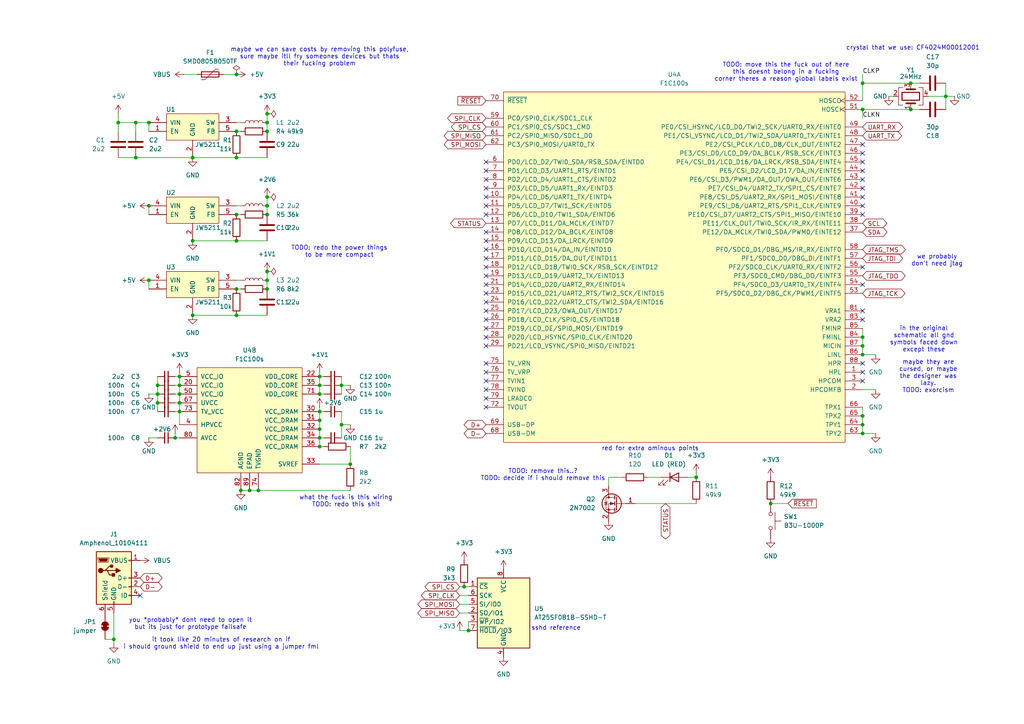
<source format=kicad_sch>
(kicad_sch (version 20250114) (generator "eeschema") (generator_version "9.0")
  (paper "A4")
  (title_block (title "Tux Keychain") (date "2025-05-19") (rev "1") (company "All Things Linux 501(c)(3) "))
  (lib_symbols
    (symbol "Connector:USB_B_Micro" (pin_names (offset 1.016))
      (property "Reference" "J" (at -5.08 11.43 0))
      (property "Value" "USB_B_Micro" (at -5.08 8.89 0))
      (symbol "USB_B_Micro_1_1"
        (pin passive line (at -2.54 -10.16 90) (length 2.54) (name "Shield") (number "6"))
        (pin power_out line (at 0 -10.16 90) (length 2.54) (name "GND") (number "5"))
        (pin power_out line (at 7.62 5.08 180) (length 2.54) (name "VBUS") (number "1"))
        (pin bidirectional line (at 7.62 0 180) (length 2.54) (name "D+") (number "3"))
        (pin bidirectional line (at 7.62 -2.54 180) (length 2.54) (name "D-") (number "2"))
        (pin passive line (at 7.62 -5.08 180) (length 2.54) (name "ID") (number "4"))
      )
    )
    (symbol "Device:C" (pin_numbers (hide yes)) (pin_names (offset 0.254))
      (property "Reference" "C" (at 0.635 2.54 0))
      (property "Value" "C" (at 0.635 -2.54 0))
      (symbol "C_1_1"
        (pin passive line (at 0 3.81 270) (length 2.794) (name "~") (number "1"))
        (pin passive line (at 0 -3.81 90) (length 2.794) (name "~") (number "2"))
      )
    )
    (symbol "Device:C_Small" (pin_numbers (hide yes)) (pin_names (offset 0.254) (hide yes))
      (property "Reference" "C" (at 0.254 1.778 0))
      (property "Value" "C_Small" (at 0.254 -2.032 0))
      (symbol "C_Small_1_1"
        (pin passive line (at 0 2.54 270) (length 2.032) (name "~") (number "1"))
        (pin passive line (at 0 -2.54 90) (length 2.032) (name "~") (number "2"))
      )
    )
    (symbol "Device:Crystal_GND24" (pin_names (offset 1.016) (hide yes))
      (property "Reference" "Y" (at 3.175 5.08 0))
      (property "Value" "Crystal_GND24" (at 3.175 3.175 0))
      (symbol "Crystal_GND24_1_1"
        (pin passive line (at -3.81 0 0) (length 1.27) (name "1") (number "1"))
        (pin passive line (at 0 5.08 270) (length 1.27) (name "2") (number "2"))
        (pin passive line (at 0 -5.08 90) (length 1.27) (name "4") (number "4"))
        (pin passive line (at 3.81 0 180) (length 1.27) (name "3") (number "3"))
      )
    )
    (symbol "Device:L" (pin_numbers (hide yes)) (pin_names (offset 1.016) (hide yes))
      (property "Reference" "L" (at -1.27 0 90))
      (property "Value" "L" (at 1.905 0 90))
      (symbol "L_1_1"
        (pin passive line (at 0 3.81 270) (length 1.27) (name "1") (number "1"))
        (pin passive line (at 0 -3.81 90) (length 1.27) (name "2") (number "2"))
      )
    )
    (symbol "Device:LED" (pin_numbers (hide yes)) (pin_names (offset 1.016) (hide yes))
      (property "Reference" "D" (at 0 2.54 0))
      (property "Value" "LED" (at 0 -2.54 0))
      (symbol "LED_1_1"
        (pin passive line (at -3.81 0 0) (length 2.54) (name "K") (number "1"))
        (pin passive line (at 3.81 0 180) (length 2.54) (name "A") (number "2"))
      )
    )
    (symbol "Device:Polyfuse" (pin_numbers (hide yes)) (pin_names (offset 0))
      (property "Reference" "F" (at -2.54 0 90))
      (property "Value" "Polyfuse" (at 2.54 0 90))
      (symbol "Polyfuse_1_1"
        (pin passive line (at 0 3.81 270) (length 1.27) (name "~") (number "1"))
        (pin passive line (at 0 -3.81 90) (length 1.27) (name "~") (number "2"))
      )
    )
    (symbol "Device:R" (pin_numbers (hide yes)) (pin_names (offset 0))
      (property "Reference" "R" (at 2.032 0 90))
      (property "Value" "R" (at 0 0 90))
      (symbol "R_1_1"
        (pin passive line (at 0 3.81 270) (length 1.27) (name "~") (number "1"))
        (pin passive line (at 0 -3.81 90) (length 1.27) (name "~") (number "2"))
      )
    )
    (symbol "Jumper:SolderJumper_2_Bridged" (pin_numbers (hide yes)) (pin_names (offset 0) (hide yes)) (in_bom no)
      (property "Reference" "JP" (at 0 2.032 0))
      (property "Value" "SolderJumper_2_Bridged" (at 0 -2.54 0))
      (symbol "SolderJumper_2_Bridged_1_1"
        (pin passive line (at -3.81 0 0) (length 2.54) (name "A") (number "1"))
        (pin passive line (at 3.81 0 180) (length 2.54) (name "B") (number "2"))
      )
    )
    (symbol "Memory_Flash:AT25SF081-SSHD-X"
      (property "Reference" "U" (at -6.35 11.43 0))
      (property "Value" "AT25SF081-SSHD-X" (at 11.43 11.43 0))
      (symbol "AT25SF081-SSHD-X_1_1"
        (pin input line (at -10.16 7.62 0) (length 2.54) (name "~{CS}") (number "1"))
        (pin input line (at -10.16 5.08 0) (length 2.54) (name "SCK") (number "6"))
        (pin bidirectional line (at -10.16 2.54 0) (length 2.54) (name "SI/IO0") (number "5"))
        (pin bidirectional line (at -10.16 0 0) (length 2.54) (name "SO/IO1") (number "2"))
        (pin bidirectional line (at -10.16 -2.54 0) (length 2.54) (name "~{WP}/IO2") (number "3"))
        (pin bidirectional line (at -10.16 -5.08 0) (length 2.54) (name "~{HOLD}/IO3") (number "7"))
        (pin power_in line (at 0 12.7 270) (length 2.54) (name "VCC") (number "8"))
        (pin power_in line (at 0 -12.7 90) (length 2.54) (name "GND") (number "4"))
      )
    )
    (symbol "Switch:SW_Push" (pin_numbers (hide yes)) (pin_names (offset 1.016) (hide yes))
      (property "Reference" "SW" (at 1.27 2.54 0))
      (property "Value" "SW_Push" (at 0 -1.524 0))
      (symbol "SW_Push_0_1"
        (pin passive line (at -5.08 0 0) (length 2.54) (name "1") (number "1"))
        (pin passive line (at 5.08 0 180) (length 2.54) (name "2") (number "2"))
      )
    )
    (symbol "Transistor_FET:2N7002" (pin_names (hide yes))
      (property "Reference" "Q" (at 5.08 1.905 0))
      (property "Value" "2N7002" (at 5.08 0 0))
      (symbol "2N7002_1_1"
        (pin input line (at -5.08 0 0) (length 2.54) (name "G") (number "1"))
        (pin passive line (at 2.54 5.08 270) (length 2.54) (name "D") (number "3"))
        (pin passive line (at 2.54 -5.08 90) (length 2.54) (name "S") (number "2"))
      )
    )
    (symbol "power:+1V1" (power) (pin_numbers (hide yes)) (pin_names (offset 0) (hide yes))
      (property "Value" "+1V1" (at 0 3.556 0))
      (symbol "+1V1_1_1"
        (pin power_in line (at 0 0 90) (length 0) (name "~") (number "1"))
      )
    )
    (symbol "power:+3V3" (power) (pin_numbers (hide yes)) (pin_names (offset 0) (hide yes))
      (property "Value" "+3V3" (at 0 3.556 0))
      (symbol "+3V3_1_1"
        (pin power_in line (at 0 0 90) (length 0) (name "~") (number "1"))
      )
    )
    (symbol "power:+5V" (power) (pin_numbers (hide yes)) (pin_names (offset 0) (hide yes))
      (property "Value" "+5V" (at 0 3.556 0))
      (symbol "+5V_1_1"
        (pin power_in line (at 0 0 90) (length 0) (name "~") (number "1"))
      )
    )
    (symbol "power:GND" (power) (pin_numbers (hide yes)) (pin_names (offset 0) (hide yes))
      (property "Value" "GND" (at 0 -3.81 0))
      (symbol "GND_1_1"
        (pin power_in line (at 0 0 270) (length 0) (name "~") (number "1"))
      )
    )
    (symbol "power:PWR_FLAG" (power) (pin_numbers (hide yes)) (pin_names (offset 0) (hide yes))
      (property "Value" "PWR_FLAG" (at 0 3.81 0))
      (symbol "PWR_FLAG_0_0"
        (pin power_out line (at 0 0 90) (length 0) (name "~") (number "1"))
      )
    )
    (symbol "power:VBUS" (power) (pin_numbers (hide yes)) (pin_names (offset 0) (hide yes))
      (property "Value" "VBUS" (at 0 3.556 0))
      (symbol "VBUS_1_1"
        (pin power_in line (at 0 0 90) (length 0) (name "~") (number "1"))
      )
    )
    (symbol "tuxkeychain:+2V6" (power) (pin_numbers (hide yes)) (pin_names (offset 0) (hide yes))
      (property "Value" "+2V6" (at 0 3.556 0))
      (symbol "+2V6_1_1"
        (pin power_in line (at 0 0 90) (length 0) (name "~") (number "1"))
      )
    )
    (symbol "tuxkeychain:F1C100s" (pin_names (offset 1.016))
      (property "Reference" "U" (at 0 1.27 0))
      (property "Value" "F1C100s" (at 0 -1.27 0))
      (symbol "F1C100s_1_0"
        (pin input line (at -53.34 48.26 0) (length 5.08) (name "~{RESET}") (number "70"))
        (pin bidirectional line (at -53.34 43.18 0) (length 5.08) (name "PC0/SPI0_CLK/SDC1_CLK") (number "59"))
        (pin bidirectional line (at -53.34 40.64 0) (length 5.08) (name "PC1/SPI0_CS/SDC1_CMD") (number "60"))
        (pin bidirectional line (at -53.34 38.1 0) (length 5.08) (name "PC2/SPI0_MISO/SDC1_D0") (number "61"))
        (pin bidirectional line (at -53.34 35.56 0) (length 5.08) (name "PC3/SPI0_MOSI/UART0_TX") (number "62"))
        (pin bidirectional line (at -53.34 30.48 0) (length 5.08) (name "PD0/LCD_D2/TWI0_SDA/RSB_SDA/EINTD0") (number "6"))
        (pin bidirectional line (at -53.34 27.94 0) (length 5.08) (name "PD1/LCD_D3/UART1_RTS/EINTD1") (number "7"))
        (pin bidirectional line (at -53.34 25.4 0) (length 5.08) (name "PD2/LCD_D4/UART1_CTS/EINTD2") (number "8"))
        (pin bidirectional line (at -53.34 22.86 0) (length 5.08) (name "PD3/LCD_D5/UART1_RX/EINTD3") (number "9"))
        (pin bidirectional line (at -53.34 20.32 0) (length 5.08) (name "PD4/LCD_D6/UART1_TX/EINTD4") (number "10"))
        (pin bidirectional line (at -53.34 17.78 0) (length 5.08) (name "PD5/LCD_D7/TWI1_SCK/EINTD5") (number "11"))
        (pin bidirectional line (at -53.34 15.24 0) (length 5.08) (name "PD6/LCD_D10/TWI1_SDA/EINTD6") (number "12"))
        (pin bidirectional line (at -53.34 12.7 0) (length 5.08) (name "PD7/LCD_D11/DA_MCLK/EINTD7") (number "13"))
        (pin bidirectional line (at -53.34 10.16 0) (length 5.08) (name "PD8/LCD_D12/DA_BCLK/EINTD8") (number "14"))
        (pin bidirectional line (at -53.34 7.62 0) (length 5.08) (name "PD9/LCD_D13/DA_LRCK/EINTD9") (number "15"))
        (pin bidirectional line (at -53.34 5.08 0) (length 5.08) (name "PD10/LCD_D14/DA_IN/EINTD10") (number "16"))
        (pin bidirectional line (at -53.34 2.54 0) (length 5.08) (name "PD11/LCD_D15/DA_OUT/EINTD11") (number "17"))
        (pin bidirectional line (at -53.34 0 0) (length 5.08) (name "PD12/LCD_D18/TWI0_SCK/RSB_SCK/EINTD12") (number "18"))
        (pin bidirectional line (at -53.34 -2.54 0) (length 5.08) (name "PD13/LCD_D19/UART2_TX/EINTD13") (number "19"))
        (pin bidirectional line (at -53.34 -5.08 0) (length 5.08) (name "PD14/LCD_D20/UART2_RX/EINTD14") (number "21"))
        (pin bidirectional line (at -53.34 -7.62 0) (length 5.08) (name "PD15/LCD_D21/UART2_RTS/TWI2_SCK/EINTD15") (number "23"))
        (pin bidirectional line (at -53.34 -10.16 0) (length 5.08) (name "PD16/LCD_D22/UART2_CTS/TWI2_SDA/EINTD16") (number "24"))
        (pin bidirectional line (at -53.34 -12.7 0) (length 5.08) (name "PD17/LCD_D23/OWA_OUT/EINTD17") (number "25"))
        (pin bidirectional line (at -53.34 -15.24 0) (length 5.08) (name "PD18/LCD_CLK/SPI0_CS/EINTD18") (number "26"))
        (pin bidirectional line (at -53.34 -17.78 0) (length 5.08) (name "PD19/LCD_DE/SPI0_MOSI/EINTD19") (number "27"))
        (pin bidirectional line (at -53.34 -20.32 0) (length 5.08) (name "PD20/LCD_HSYNC/SPI0_CLK/EINTD20") (number "28"))
        (pin bidirectional line (at -53.34 -22.86 0) (length 5.08) (name "PD21/LCD_VSYNC/SPI0_MISO/EINTD21") (number "29"))
        (pin input line (at -53.34 -27.94 0) (length 5.08) (name "TV_VRN") (number "75"))
        (pin input line (at -53.34 -30.48 0) (length 5.08) (name "TV_VRP") (number "76"))
        (pin input line (at -53.34 -33.02 0) (length 5.08) (name "TVIN1") (number "77"))
        (pin input line (at -53.34 -35.56 0) (length 5.08) (name "TVIN0") (number "78"))
        (pin input line (at -53.34 -38.1 0) (length 5.08) (name "LRADC0") (number "79"))
        (pin output line (at -53.34 -40.64 0) (length 5.08) (name "TVOUT") (number "72"))
        (pin bidirectional line (at -53.34 -45.72 0) (length 5.08) (name "USB-DP") (number "69"))
        (pin bidirectional line (at -53.34 -48.26 0) (length 5.08) (name "USB-DM") (number "68"))
        (pin input clock (at 55.88 48.26 180) (length 5.08) (name "HOSCO") (number "52"))
        (pin input clock (at 55.88 45.72 180) (length 5.08) (name "HOSCI") (number "51"))
        (pin bidirectional line (at 55.88 40.64 180) (length 5.08) (name "PE0/CSI_HSYNC/LCD_D0/TWI2_SCK/UART0_RX/EINTE0") (number "49"))
        (pin bidirectional line (at 55.88 38.1 180) (length 5.08) (name "PE1/CSI_VSYNC/LCD_D1/TWI2_SDA/UART0_TX/EINTE1") (number "48"))
        (pin bidirectional line (at 55.88 35.56 180) (length 5.08) (name "PE2/CSI_PCLK/LCD_D8/CLK_OUT/EINTE2") (number "47"))
        (pin bidirectional line (at 55.88 33.02 180) (length 5.08) (name "PE3/CSI_D0/LCD_D9/DA_BCLK/RSB_SCK/EINTE3") (number "46"))
        (pin bidirectional line (at 55.88 30.48 180) (length 5.08) (name "PE4/CSI_D1/LCD_D16/DA_LRCK/RSB_SDA/EINTE4") (number "45"))
        (pin bidirectional line (at 55.88 27.94 180) (length 5.08) (name "PE5/CSI_D2/LCD_D17/DA_IN/EINTE5") (number "44"))
        (pin bidirectional line (at 55.88 25.4 180) (length 5.08) (name "PE6/CSI_D3/PWM1/DA_OUT/OWA_OUT/EINTE6") (number "43"))
        (pin bidirectional line (at 55.88 22.86 180) (length 5.08) (name "PE7/CSI_D4/UART2_TX/SPI1_CS/EINTE7") (number "42"))
        (pin bidirectional line (at 55.88 20.32 180) (length 5.08) (name "PE8/CSI_D5/UART2_RX/SPI1_MOSI/EINTE8") (number "41"))
        (pin bidirectional line (at 55.88 17.78 180) (length 5.08) (name "PE9/CSI_D6/UART2_RTS/SPI1_CLK/EINTE9") (number "40"))
        (pin bidirectional line (at 55.88 15.24 180) (length 5.08) (name "PE10/CSI_D7/UART2_CTS/SPI1_MISO/EINTE10") (number "39"))
        (pin bidirectional line (at 55.88 12.7 180) (length 5.08) (name "PE11/CLK_OUT/TWI0_SCK/IR_RX/EINTE11") (number "38"))
        (pin bidirectional line (at 55.88 10.16 180) (length 5.08) (name "PE12/DA_MCLK/TWI0_SDA/PWM0/EINTE12") (number "37"))
        (pin bidirectional line (at 55.88 5.08 180) (length 5.08) (name "PF0/SDC0_D1/DBG_MS/IR_RX/EINTF0") (number "58"))
        (pin bidirectional line (at 55.88 2.54 180) (length 5.08) (name "PF1/SDC0_D0/DBG_DI/EINTF1") (number "57"))
        (pin bidirectional line (at 55.88 0 180) (length 5.08) (name "PF2/SDC0_CLK/UART0_RX/EINTF2") (number "56"))
        (pin bidirectional line (at 55.88 -2.54 180) (length 5.08) (name "PF3/SDC0_CMD/DBG_DO/EINTF3") (number "55"))
        (pin bidirectional line (at 55.88 -5.08 180) (length 5.08) (name "PF4/SDC0_D3/UART0_TX/EINTF4") (number "54"))
        (pin bidirectional line (at 55.88 -7.62 180) (length 5.08) (name "PF5/SDC0_D2/DBG_CK/PWM1/EINTF5") (number "53"))
        (pin input line (at 55.88 -17.78 180) (length 5.08) (name "FMINR") (number "85"))
        (pin input line (at 55.88 -20.32 180) (length 5.08) (name "FMINL") (number "84"))
        (pin input line (at 55.88 -22.86 180) (length 5.08) (name "MICIN") (number "87"))
        (pin input line (at 55.88 -25.4 180) (length 5.08) (name "LINL") (number "86"))
        (pin output line (at 55.88 -27.94 180) (length 5.08) (name "HPR") (number "88"))
        (pin output line (at 55.88 -30.48 180) (length 5.08) (name "HPL") (number "1"))
        (pin output line (at 55.88 -33.02 180) (length 5.08) (name "HPCOM") (number "3"))
        (pin input line (at 55.88 -35.56 180) (length 5.08) (name "HPCOMFB") (number "2"))
        (pin input line (at 55.88 -40.64 180) (length 5.08) (name "TPX1") (number "66"))
        (pin input line (at 55.88 -43.18 180) (length 5.08) (name "TPX2") (number "65"))
        (pin input line (at 55.88 -45.72 180) (length 5.08) (name "TPY1") (number "64"))
        (pin input line (at 55.88 -48.26 180) (length 5.08) (name "TPY2") (number "63"))
      )
      (symbol "F1C100s_1_1"
        (pin output line (at 55.88 -12.7 180) (length 5.08) (name "VRA1") (number "81"))
        (pin output line (at 55.88 -15.24 180) (length 5.08) (name "VRA2") (number "83"))
      )
      (symbol "F1C100s_2_0"
        (pin power_in line (at -20.32 11.43 0) (length 5.08) (name "VCC_IO") (number "5"))
        (pin power_in line (at -20.32 8.89 0) (length 5.08) (name "VCC_IO") (number "20"))
        (pin power_in line (at -20.32 6.35 0) (length 5.08) (name "VCC_IO") (number "50"))
        (pin power_in line (at -20.32 3.81 0) (length 5.08) (name "UVCC") (number "67"))
        (pin power_in line (at -20.32 1.27 0) (length 5.08) (name "TV_VCC") (number "73"))
        (pin power_in line (at -20.32 -2.54 0) (length 5.08) (name "HPVCC") (number "4"))
        (pin power_in line (at -20.32 -6.35 0) (length 5.08) (name "AVCC") (number "80"))
        (pin power_in line (at -2.54 -21.59 90) (length 5.08) (name "AGND") (number "82"))
        (pin power_in line (at 0 -21.59 90) (length 5.08) (name "EPAD") (number "89"))
        (pin power_in line (at 2.54 -21.59 90) (length 5.08) (name "TVGND") (number "74"))
        (pin power_in line (at 20.32 11.43 180) (length 5.08) (name "VDD_CORE") (number "22"))
        (pin power_in line (at 20.32 8.89 180) (length 5.08) (name "VDD_CORE") (number "35"))
        (pin power_in line (at 20.32 6.35 180) (length 5.08) (name "VDD_CORE") (number "71"))
        (pin power_in line (at 20.32 1.27 180) (length 5.08) (name "VCC_DRAM") (number "30"))
        (pin power_in line (at 20.32 -1.27 180) (length 5.08) (name "VCC_DRAM") (number "31"))
        (pin power_in line (at 20.32 -3.81 180) (length 5.08) (name "VCC_DRAM") (number "32"))
        (pin power_in line (at 20.32 -6.35 180) (length 5.08) (name "VCC_DRAM") (number "34"))
        (pin power_in line (at 20.32 -8.89 180) (length 5.08) (name "VCC_DRAM") (number "36"))
        (pin input line (at 20.32 -13.97 180) (length 5.08) (name "SVREF") (number "33"))
      )
    )
    (symbol "tuxkeychain:JW5211" (pin_names (offset 1.016))
      (property "Reference" "U" (at -7.62 5.08 0))
      (property "Value" "JW5211" (at 7.62 5.08 0))
      (symbol "JW5211_1_0"
        (pin power_in line (at -12.7 1.27 0) (length 5.08) (name "VIN") (number "4"))
        (pin input line (at -12.7 -1.27 0) (length 5.08) (name "EN") (number "1"))
        (pin power_in line (at 0 -8.89 90) (length 5.08) (name "GND") (number "2"))
        (pin power_out line (at 12.7 1.27 180) (length 5.08) (name "SW") (number "3"))
        (pin input line (at 12.7 -1.27 180) (length 5.08) (name "FB") (number "5"))
      )
    )
  )
  (text "red for extra ominous points" (at 188.595 130.175 0) (effects (font (size 1.27 1.27))))
  (text "in the original\nschematic all gnd\nsymbols faced down\nexcept these" (at 267.97 98.425 0) (effects (font (size 1.27 1.27))))
  (text "TODO: remove this..?\nTODO: decide if i should remove this" (at 157.48 137.795 0) (effects (font (size 1.27 1.27))))
  (text "it took like 20 minutes of research on if\ni should ground shield to end up just using a jumper fml" (at 64.135 186.69 0) (effects (font (size 1.27 1.27))))
  (text "maybe we can save costs by removing this polyfuse,\nsure maybe itll fry someones devices but thats\ntheir fucking problem" (at 92.71 16.51 0) (effects (font (size 1.27 1.27))))
  (text "we probably\ndon't need jtag" (at 271.78 75.565 0) (effects (font (size 1.27 1.27))))
  (text "crystal that we use: CF4024M00012001" (at 264.795 13.97 0) (effects (font (size 1.27 1.27))))
  (text "you *probably* dont need to open it\nbut its just for prototype failsafe" (at 55.245 180.975 0) (effects (font (size 1.27 1.27))))
  (text "TODO: redo the power things\nto be more compact" (at 98.425 73.025 0) (effects (font (size 1.27 1.27))))
  (text "what the fuck is this wiring\nTODO: redo this shit\n" (at 100.33 145.415 0) (effects (font (size 1.27 1.27))))
  (text "TODO: move this the fuck out of here\nthis doesnt belong in a fucking\ncorner theres a reason global labels exist" (at 227.965 20.955 0) (effects (font (size 1.27 1.27))))
  (text "sshd reference\n" (at 161.29 182.245 0) (effects (font (size 1.27 1.27))))
  (text "maybe they are\ncursed, or maybe\nthe designer was\nlazy.\nTODO: exorcism\n" (at 269.24 109.22 0) (effects (font (size 1.27 1.27))))
  (junction (at 77.47 38.1))
  (junction (at 99.06 123.19))
  (junction (at 52.07 109.22))
  (junction (at 77.47 78.74))
  (junction (at 101.6 134.62))
  (junction (at 68.58 83.82))
  (junction (at 77.47 57.15))
  (junction (at 45.72 114.3))
  (junction (at 92.71 109.22))
  (junction (at 43.18 81.28))
  (junction (at 50.8 127))
  (junction (at 274.32 27.94))
  (junction (at 99.06 111.76))
  (junction (at 77.47 83.82))
  (junction (at 77.47 35.56))
  (junction (at 92.71 124.46))
  (junction (at 250.19 123.19))
  (junction (at 250.19 120.65))
  (junction (at 92.71 121.92))
  (junction (at 250.19 125.73))
  (junction (at 250.19 100.33))
  (junction (at 45.72 111.76))
  (junction (at 39.37 45.72))
  (junction (at 69.85 142.24))
  (junction (at 34.29 35.56))
  (junction (at 52.07 116.84))
  (junction (at 92.71 111.76))
  (junction (at 45.72 116.84))
  (junction (at 223.52 146.05))
  (junction (at 250.19 102.87))
  (junction (at 39.37 35.56))
  (junction (at 68.58 69.85))
  (junction (at 68.58 38.1))
  (junction (at 92.71 114.3))
  (junction (at 92.71 129.54))
  (junction (at 33.02 185.42))
  (junction (at 52.07 111.76))
  (junction (at 55.88 69.85))
  (junction (at 92.71 119.38))
  (junction (at 52.07 119.38))
  (junction (at 43.18 35.56))
  (junction (at 264.16 24.13))
  (junction (at 264.16 31.75))
  (junction (at 55.88 45.72))
  (junction (at 92.71 127))
  (junction (at 72.39 142.24))
  (junction (at 68.58 21.59))
  (junction (at 43.18 59.69))
  (junction (at 68.58 62.23))
  (junction (at 134.62 170.18))
  (junction (at 74.93 142.24))
  (junction (at 250.19 97.79))
  (junction (at 77.47 81.28))
  (junction (at 77.47 33.02))
  (junction (at 250.19 31.75))
  (junction (at 52.07 114.3))
  (junction (at 68.58 91.44))
  (junction (at 250.19 24.13))
  (junction (at 135.89 182.88))
  (junction (at 77.47 62.23))
  (junction (at 55.88 91.44))
  (junction (at 77.47 59.69))
  (junction (at 68.58 45.72))
  (junction (at 201.93 138.43))
  (no_connect (at 250.19 54.61))
  (no_connect (at 250.19 46.99))
  (no_connect (at 140.97 97.79))
  (no_connect (at 140.97 115.57))
  (no_connect (at 250.19 90.17))
  (no_connect (at 140.97 80.01))
  (no_connect (at 140.97 82.55))
  (no_connect (at 140.97 90.17))
  (no_connect (at 250.19 52.07))
  (no_connect (at 250.19 49.53))
  (no_connect (at 140.97 118.11))
  (no_connect (at 40.64 172.72))
  (no_connect (at 140.97 105.41))
  (no_connect (at 140.97 87.63))
  (no_connect (at 250.19 105.41))
  (no_connect (at 250.19 82.55))
  (no_connect (at 140.97 74.93))
  (no_connect (at 140.97 59.69))
  (no_connect (at 140.97 54.61))
  (no_connect (at 140.97 77.47))
  (no_connect (at 140.97 110.49))
  (no_connect (at 140.97 107.95))
  (no_connect (at 140.97 49.53))
  (no_connect (at 140.97 85.09))
  (no_connect (at 250.19 77.47))
  (no_connect (at 140.97 95.25))
  (no_connect (at 250.19 107.95))
  (no_connect (at 250.19 62.23))
  (no_connect (at 250.19 57.15))
  (no_connect (at 140.97 67.31))
  (no_connect (at 140.97 52.07))
  (no_connect (at 140.97 62.23))
  (no_connect (at 250.19 110.49))
  (no_connect (at 140.97 69.85))
  (no_connect (at 140.97 72.39))
  (no_connect (at 140.97 57.15))
  (no_connect (at 140.97 113.03))
  (no_connect (at 250.19 41.91))
  (no_connect (at 140.97 92.71))
  (no_connect (at 250.19 59.69))
  (no_connect (at 140.97 100.33))
  (no_connect (at 140.97 46.99))
  (no_connect (at 250.19 92.71))
  (no_connect (at 250.19 44.45))
  (wire (pts (xy 92.71 121.92) (xy 92.71 124.46)))
  (wire (pts (xy 99.06 123.19) (xy 101.6 123.19)))
  (wire (pts (xy 52.07 119.38) (xy 52.07 123.19)))
  (wire (pts (xy 92.71 107.95) (xy 92.71 109.22)))
  (wire (pts (xy 53.34 21.59) (xy 57.15 21.59)))
  (wire (pts (xy 68.58 59.69) (xy 69.85 59.69)))
  (wire (pts (xy 45.72 127) (xy 43.18 127)))
  (wire (pts (xy 99.06 123.19) (xy 99.06 127)))
  (wire (pts (xy 45.72 114.3) (xy 43.18 114.3)))
  (wire (pts (xy 274.32 24.13) (xy 274.32 27.94)))
  (wire (pts (xy 34.29 35.56) (xy 34.29 38.1)))
  (wire (pts (xy 69.85 142.24) (xy 72.39 142.24)))
  (wire (pts (xy 134.62 170.18) (xy 135.89 170.18)))
  (wire (pts (xy 77.47 81.28) (xy 77.47 83.82)))
  (wire (pts (xy 50.8 127) (xy 52.07 127)))
  (wire (pts (xy 34.29 35.56) (xy 39.37 35.56)))
  (wire (pts (xy 39.37 35.56) (xy 39.37 38.1)))
  (wire (pts (xy 92.71 109.22) (xy 92.71 111.76)))
  (wire (pts (xy 133.35 182.88) (xy 135.89 182.88)))
  (wire (pts (xy 43.18 59.69) (xy 43.18 62.23)))
  (wire (pts (xy 264.16 24.13) (xy 266.7 24.13)))
  (wire (pts (xy 176.53 140.97) (xy 176.53 138.43)))
  (wire (pts (xy 250.19 31.75) (xy 250.19 34.29)))
  (wire (pts (xy 77.47 78.74) (xy 77.47 81.28)))
  (wire (pts (xy 92.71 124.46) (xy 92.71 127)))
  (wire (pts (xy 68.58 45.72) (xy 77.47 45.72)))
  (wire (pts (xy 201.93 138.43) (xy 199.39 138.43)))
  (wire (pts (xy 250.19 24.13) (xy 250.19 29.21)))
  (wire (pts (xy 99.06 111.76) (xy 101.6 111.76)))
  (wire (pts (xy 274.32 27.94) (xy 276.86 27.94)))
  (wire (pts (xy 68.58 69.85) (xy 77.47 69.85)))
  (wire (pts (xy 68.58 81.28) (xy 69.85 81.28)))
  (wire (pts (xy 77.47 33.02) (xy 77.47 35.56)))
  (wire (pts (xy 52.07 109.22) (xy 52.07 111.76)))
  (wire (pts (xy 77.47 57.15) (xy 77.47 59.69)))
  (wire (pts (xy 250.19 118.11) (xy 250.19 120.65)))
  (wire (pts (xy 50.8 109.22) (xy 52.07 109.22)))
  (wire (pts (xy 92.71 127) (xy 93.98 127)))
  (wire (pts (xy 45.72 111.76) (xy 45.72 114.3)))
  (wire (pts (xy 33.02 177.8) (xy 33.02 185.42)))
  (wire (pts (xy 39.37 45.72) (xy 55.88 45.72)))
  (wire (pts (xy 55.88 91.44) (xy 68.58 91.44)))
  (wire (pts (xy 250.19 97.79) (xy 250.19 100.33)))
  (wire (pts (xy 250.19 24.13) (xy 250.19 21.59)))
  (wire (pts (xy 176.53 138.43) (xy 180.34 138.43)))
  (wire (pts (xy 223.52 146.05) (xy 228.6 146.05)))
  (wire (pts (xy 184.15 146.05) (xy 201.93 146.05)))
  (wire (pts (xy 259.08 27.94) (xy 257.81 27.94)))
  (wire (pts (xy 92.71 127) (xy 92.71 129.54)))
  (wire (pts (xy 250.19 113.03) (xy 254 113.03)))
  (wire (pts (xy 92.71 118.11) (xy 92.71 119.38)))
  (wire (pts (xy 68.58 91.44) (xy 77.47 91.44)))
  (wire (pts (xy 99.06 109.22) (xy 99.06 111.76)))
  (wire (pts (xy 50.8 111.76) (xy 52.07 111.76)))
  (wire (pts (xy 92.71 129.54) (xy 93.98 129.54)))
  (wire (pts (xy 64.77 21.59) (xy 68.58 21.59)))
  (wire (pts (xy 92.71 134.62) (xy 101.6 134.62)))
  (wire (pts (xy 68.58 38.1) (xy 69.85 38.1)))
  (wire (pts (xy 92.71 109.22) (xy 93.98 109.22)))
  (wire (pts (xy 99.06 111.76) (xy 99.06 114.3)))
  (wire (pts (xy 101.6 134.62) (xy 101.6 129.54)))
  (wire (pts (xy 39.37 35.56) (xy 43.18 35.56)))
  (wire (pts (xy 250.19 95.25) (xy 250.19 97.79)))
  (wire (pts (xy 250.19 24.13) (xy 264.16 24.13)))
  (wire (pts (xy 50.8 116.84) (xy 52.07 116.84)))
  (wire (pts (xy 133.35 177.8) (xy 135.89 177.8)))
  (wire (pts (xy 274.32 27.94) (xy 274.32 31.75)))
  (wire (pts (xy 135.89 180.34) (xy 135.89 182.88)))
  (wire (pts (xy 77.47 59.69) (xy 77.47 62.23)))
  (wire (pts (xy 52.07 116.84) (xy 52.07 119.38)))
  (wire (pts (xy 250.19 31.75) (xy 264.16 31.75)))
  (wire (pts (xy 92.71 119.38) (xy 93.98 119.38)))
  (wire (pts (xy 30.48 185.42) (xy 33.02 185.42)))
  (wire (pts (xy 43.18 35.56) (xy 43.18 38.1)))
  (wire (pts (xy 33.02 186.69) (xy 33.02 185.42)))
  (wire (pts (xy 187.96 138.43) (xy 191.77 138.43)))
  (wire (pts (xy 72.39 142.24) (xy 74.93 142.24)))
  (wire (pts (xy 92.71 114.3) (xy 93.98 114.3)))
  (wire (pts (xy 50.8 114.3) (xy 52.07 114.3)))
  (wire (pts (xy 250.19 123.19) (xy 250.19 125.73)))
  (wire (pts (xy 250.19 120.65) (xy 250.19 123.19)))
  (wire (pts (xy 264.16 31.75) (xy 266.7 31.75)))
  (wire (pts (xy 34.29 33.02) (xy 34.29 35.56)))
  (wire (pts (xy 45.72 116.84) (xy 45.72 119.38)))
  (wire (pts (xy 74.93 142.24) (xy 101.6 142.24)))
  (wire (pts (xy 92.71 119.38) (xy 92.71 121.92)))
  (wire (pts (xy 50.8 119.38) (xy 52.07 119.38)))
  (wire (pts (xy 52.07 114.3) (xy 52.07 116.84)))
  (wire (pts (xy 50.8 125.73) (xy 50.8 127)))
  (wire (pts (xy 68.58 62.23) (xy 69.85 62.23)))
  (wire (pts (xy 45.72 114.3) (xy 45.72 116.84)))
  (wire (pts (xy 133.35 175.26) (xy 135.89 175.26)))
  (wire (pts (xy 92.71 111.76) (xy 92.71 114.3)))
  (wire (pts (xy 68.58 35.56) (xy 69.85 35.56)))
  (wire (pts (xy 34.29 45.72) (xy 39.37 45.72)))
  (wire (pts (xy 201.93 137.16) (xy 201.93 138.43)))
  (wire (pts (xy 250.19 102.87) (xy 254 102.87)))
  (wire (pts (xy 55.88 45.72) (xy 68.58 45.72)))
  (wire (pts (xy 133.35 170.18) (xy 134.62 170.18)))
  (wire (pts (xy 269.24 27.94) (xy 274.32 27.94)))
  (wire (pts (xy 92.71 111.76) (xy 93.98 111.76)))
  (wire (pts (xy 52.07 107.95) (xy 52.07 109.22)))
  (wire (pts (xy 250.19 100.33) (xy 250.19 102.87)))
  (wire (pts (xy 133.35 172.72) (xy 135.89 172.72)))
  (wire (pts (xy 68.58 83.82) (xy 69.85 83.82)))
  (wire (pts (xy 52.07 111.76) (xy 52.07 114.3)))
  (wire (pts (xy 99.06 119.38) (xy 99.06 123.19)))
  (wire (pts (xy 45.72 109.22) (xy 45.72 111.76)))
  (wire (pts (xy 55.88 69.85) (xy 68.58 69.85)))
  (wire (pts (xy 77.47 35.56) (xy 77.47 38.1)))
  (wire (pts (xy 43.18 81.28) (xy 43.18 83.82)))
  (wire (pts (xy 254 125.73) (xy 250.19 125.73)))
  (label "CLKN" (at 250.19 34.29 0))
  (label "CLKP" (at 250.19 21.59 0))
  (global_label "SPI_CLK" (shape bidirectional) (at 133.35 172.72 180) (property "Intersheetrefs" "${INTERSHEET_REFS}" (effects (hide yes))))
  (global_label "SPI_MISO" (shape bidirectional) (at 140.97 39.37 180) (property "Intersheetrefs" "${INTERSHEET_REFS}" (effects (hide yes))))
  (global_label "STATUS" (shape bidirectional) (at 140.97 64.77 180) (property "Intersheetrefs" "${INTERSHEET_REFS}" (effects (hide yes))))
  (global_label "D-" (shape bidirectional) (at 40.64 170.18 0) (property "Intersheetrefs" "${INTERSHEET_REFS}" (effects (hide yes))))
  (global_label "SPI_CLK" (shape bidirectional) (at 140.97 34.29 180) (property "Intersheetrefs" "${INTERSHEET_REFS}" (effects (hide yes))))
  (global_label "JTAG_TDO" (shape bidirectional) (at 250.19 80.01 0) (property "Intersheetrefs" "${INTERSHEET_REFS}" (effects (hide yes))))
  (global_label "SPI_MISO" (shape bidirectional) (at 133.35 177.8 180) (property "Intersheetrefs" "${INTERSHEET_REFS}" (effects (hide yes))))
  (global_label "~{RESET}" (shape input) (at 140.97 29.21 180) (property "Intersheetrefs" "${INTERSHEET_REFS}" (effects (hide yes))))
  (global_label "D-" (shape bidirectional) (at 140.97 125.73 180) (property "Intersheetrefs" "${INTERSHEET_REFS}" (effects (hide yes))))
  (global_label "~{RESET}" (shape input) (at 228.6 146.05 0) (property "Intersheetrefs" "${INTERSHEET_REFS}" (effects (hide yes))))
  (global_label "STATUS" (shape bidirectional) (at 193.04 146.05 270) (property "Intersheetrefs" "${INTERSHEET_REFS}" (effects (hide yes))))
  (global_label "SPI_MOSI" (shape bidirectional) (at 133.35 175.26 180) (property "Intersheetrefs" "${INTERSHEET_REFS}" (effects (hide yes))))
  (global_label "SPI_MOSI" (shape bidirectional) (at 140.97 41.91 180) (property "Intersheetrefs" "${INTERSHEET_REFS}" (effects (hide yes))))
  (global_label "D+" (shape bidirectional) (at 140.97 123.19 180) (property "Intersheetrefs" "${INTERSHEET_REFS}" (effects (hide yes))))
  (global_label "JTAG_TCK" (shape bidirectional) (at 250.19 85.09 0) (property "Intersheetrefs" "${INTERSHEET_REFS}" (effects (hide yes))))
  (global_label "SPI_CS" (shape bidirectional) (at 133.35 170.18 180) (property "Intersheetrefs" "${INTERSHEET_REFS}" (effects (hide yes))))
  (global_label "D+" (shape bidirectional) (at 40.64 167.64 0) (property "Intersheetrefs" "${INTERSHEET_REFS}" (effects (hide yes))))
  (global_label "SPI_CS" (shape bidirectional) (at 140.97 36.83 180) (property "Intersheetrefs" "${INTERSHEET_REFS}" (effects (hide yes))))
  (global_label "UART_RX" (shape bidirectional) (at 250.19 36.83 0) (property "Intersheetrefs" "${INTERSHEET_REFS}" (effects (hide yes))))
  (global_label "UART_TX" (shape bidirectional) (at 250.19 39.37 0) (property "Intersheetrefs" "${INTERSHEET_REFS}" (effects (hide yes))))
  (global_label "JTAG_TDI" (shape bidirectional) (at 250.19 74.93 0) (property "Intersheetrefs" "${INTERSHEET_REFS}" (effects (hide yes))))
  (global_label "JTAG_TMS" (shape bidirectional) (at 250.19 72.39 0) (property "Intersheetrefs" "${INTERSHEET_REFS}" (effects (hide yes))))
  (global_label "SCL" (shape bidirectional) (at 250.19 64.77 0) (property "Intersheetrefs" "${INTERSHEET_REFS}" (effects (hide yes))))
  (global_label "SDA" (shape bidirectional) (at 250.19 67.31 0) (property "Intersheetrefs" "${INTERSHEET_REFS}" (effects (hide yes))))
  (symbol (lib_id "Device:C") (at 270.51 31.75 90) (mirror x) (unit 1)
    (property "Reference" "C18" (at 270.51 39.37 90))
    (property "Value" "30p" (at 270.51 36.83 90))
    (property "Footprint" "Capacitor_SMD:C_0603_1608Metric" (effects (hide yes)))
    (property "Description" "Unpolarized capacitor" (effects (hide yes)))
  )
  (symbol (lib_id "Jumper:SolderJumper_2_Bridged") (at 30.48 181.61 90) (unit 1) (in_bom no)
    (property "Reference" "JP1" (at 27.94 180.3399 90) (effects (justify left)))
    (property "Value" "jumper" (at 27.94 182.8799 90) (effects (justify left)))
    (property "Footprint" "Jumper:SolderJumper-2_P1.3mm_Bridged_RoundedPad1.0x1.5mm" (effects (hide yes)))
    (property "Description" "Solder Jumper, 2-pole, closed/bridged" (effects (hide yes)))
  )
  (symbol (lib_id "power:GND") (at 101.6 123.19 0) (unit 1)
    (property "Reference" "#PWR022" (effects (hide yes)))
    (property "Value" "GND" (at 101.6 127 0))
    (property "Description" "Power symbol creates a global label with name \"GND\" , ground" (effects (hide yes)))
  )
  (symbol (lib_id "Device:C") (at 77.47 66.04 0) (unit 1)
    (property "Reference" "C10" (at 80.01 66.04 0) (effects (justify left)))
    (property "Value" "22u" (at 83.185 66.04 0) (effects (justify left)))
    (property "Footprint" "Capacitor_SMD:C_0603_1608Metric" (effects (hide yes)))
    (property "Description" "Unpolarized capacitor" (effects (hide yes)))
  )
  (symbol (lib_id "power:+5V") (at 43.18 81.28 90) (unit 1)
    (property "Reference" "#PWR05" (effects (hide yes)))
    (property "Value" "+5V" (at 39.37 81.2799 90) (effects (justify left)))
    (property "Description" "Power symbol creates a global label with name \"+5V\"" (effects (hide yes)))
  )
  (symbol (lib_id "power:+5V") (at 34.29 33.02 0) (mirror y) (unit 1)
    (property "Reference" "#PWR02" (effects (hide yes)))
    (property "Value" "+5V" (at 34.29 27.94 0))
    (property "Description" "Power symbol creates a global label with name \"+5V\"" (effects (hide yes)))
  )
  (symbol (lib_id "power:GND") (at 55.88 91.44 0) (unit 1)
    (property "Reference" "#PWR013" (effects (hide yes)))
    (property "Value" "GND" (at 55.88 96.52 0))
    (property "Description" "Power symbol creates a global label with name \"GND\" , ground" (effects (hide yes)))
  )
  (symbol (lib_id "power:+5V") (at 43.18 59.69 90) (unit 1)
    (property "Reference" "#PWR04" (effects (hide yes)))
    (property "Value" "+5V" (at 39.37 59.6899 90) (effects (justify left)))
    (property "Description" "Power symbol creates a global label with name \"+5V\"" (effects (hide yes)))
  )
  (symbol (lib_id "power:GND") (at 223.52 156.21 0) (unit 1)
    (property "Reference" "#PWR030" (effects (hide yes)))
    (property "Value" "GND" (at 223.52 161.29 0))
    (property "Description" "Power symbol creates a global label with name \"GND\" , ground" (effects (hide yes)))
  )
  (symbol (lib_id "power:PWR_FLAG") (at 68.58 21.59 0) (unit 1)
    (property "Reference" "#FLG01" (effects (hide yes)))
    (property "Value" "PWR_FLAG" (effects (hide yes)))
    (property "Description" "Special symbol for telling ERC where power comes from" (effects (hide yes)))
  )
  (symbol (lib_id "Device:C") (at 270.51 24.13 90) (unit 1)
    (property "Reference" "C17" (at 270.51 16.51 90))
    (property "Value" "30p" (at 270.51 19.05 90))
    (property "Footprint" "Capacitor_SMD:C_0603_1608Metric" (effects (hide yes)))
    (property "Description" "Unpolarized capacitor" (effects (hide yes)))
  )
  (symbol (lib_id "Device:R") (at 101.6 138.43 0) (unit 1)
    (property "Reference" "R8" (at 104.14 137.1599 0) (effects (justify left)))
    (property "Value" "2k2" (at 104.14 139.6999 0) (effects (justify left)))
    (property "Footprint" "Resistor_SMD:R_0603_1608Metric" (effects (hide yes)))
    (property "Description" "Resistor" (effects (hide yes)))
  )
  (symbol (lib_id "power:+3V3") (at 52.07 107.95 0) (mirror y) (unit 1)
    (property "Reference" "#PWR09" (effects (hide yes)))
    (property "Value" "+3V3" (at 52.07 102.87 0))
    (property "Description" "Power symbol creates a global label with name \"+3V3\"" (effects (hide yes)))
  )
  (symbol (lib_id "Device:L") (at 73.66 59.69 90) (unit 1)
    (property "Reference" "L2" (at 82.55 59.69 90) (effects (justify left)))
    (property "Value" "2u2" (at 83.185 59.69 90) (effects (justify right)))
    (property "Footprint" "Inductor_SMD:L_0805_2012Metric" (effects (hide yes)))
    (property "Description" "Inductor" (effects (hide yes)))
  )
  (symbol (lib_id "power:+1V1") (at 92.71 107.95 0) (unit 1)
    (property "Reference" "#PWR019" (effects (hide yes)))
    (property "Value" "+1V1" (at 92.71 102.87 0))
    (property "Description" "Power symbol creates a global label with name \"+1V1\"" (effects (hide yes)))
  )
  (symbol (lib_id "Transistor_FET:2N7002") (at 179.07 146.05 0) (mirror y) (unit 1)
    (property "Reference" "Q2" (at 172.72 144.7799 0) (effects (justify left)))
    (property "Value" "2N7002" (at 172.72 147.3199 0) (effects (justify left)))
    (property "Footprint" "Package_TO_SOT_SMD:SOT-23" (effects (hide yes)))
    (property "Datasheet" "https://www.onsemi.com/pub/Collateral/NDS7002A-D.PDF" (effects (hide yes)))
    (property "Description" "0.115A Id, 60V Vds, N-Channel MOSFET, SOT-23" (effects (hide yes)))
  )
  (symbol (lib_id "power:VBUS") (at 40.64 162.56 270) (unit 1)
    (property "Reference" "#PWR03" (effects (hide yes)))
    (property "Value" "VBUS" (at 44.45 162.5599 90) (effects (justify left)))
    (property "Description" "Power symbol creates a global label with name \"VBUS\"" (effects (hide yes)))
  )
  (symbol (lib_id "tuxkeychain:F1C100s") (at 72.39 120.65 0) (unit 2)
    (property "Reference" "U4" (at 72.39 101.6 0))
    (property "Value" "F1C100s" (at 72.39 104.14 0))
    (property "Footprint" "tuxkeychain:QFN-88_EP_10x10_Pitch0.4mm" (effects (hide yes)))
  )
  (symbol (lib_id "power:VBUS") (at 53.34 21.59 90) (unit 1)
    (property "Reference" "#PWR010" (effects (hide yes)))
    (property "Value" "VBUS" (at 49.53 21.5899 90) (effects (justify left)))
    (property "Description" "Power symbol creates a global label with name \"VBUS\"" (effects (hide yes)))
  )
  (symbol (lib_id "Device:C_Small") (at 96.52 114.3 90) (unit 1)
    (property "Reference" "C14" (at 104.14 114.3 90) (effects (justify right)))
    (property "Value" "100n" (at 108.585 114.3 90) (effects (justify right)))
    (property "Footprint" "Capacitor_SMD:C_0603_1608Metric" (effects (hide yes)))
    (property "Description" "Unpolarized capacitor, small symbol" (effects (hide yes)))
  )
  (symbol (lib_id "Device:R") (at 68.58 41.91 0) (mirror y) (unit 1)
    (property "Reference" "R1" (at 67.31 40.64 0) (effects (justify left)))
    (property "Value" "11k" (at 67.31 43.18 0) (effects (justify left)))
    (property "Footprint" "Resistor_SMD:R_0603_1608Metric" (effects (hide yes)))
    (property "Description" "Resistor" (effects (hide yes)))
  )
  (symbol (lib_id "Device:C_Small") (at 96.52 111.76 90) (unit 1)
    (property "Reference" "C13" (at 104.14 111.76 90) (effects (justify right)))
    (property "Value" "100n" (at 108.585 111.76 90) (effects (justify right)))
    (property "Footprint" "Capacitor_SMD:C_0603_1608Metric" (effects (hide yes)))
    (property "Description" "Unpolarized capacitor, small symbol" (effects (hide yes)))
  )
  (symbol (lib_id "Switch:SW_Push") (at 223.52 151.13 270) (unit 1)
    (property "Reference" "SW1" (at 227.33 149.8599 90) (effects (justify left)))
    (property "Value" "B3U-1000P" (at 227.33 152.3999 90) (effects (justify left)))
    (property "Footprint" "Button_Switch_SMD:SW_SPST_B3U-1000P" (effects (hide yes)))
    (property "Description" "Push button switch, generic, two pins" (effects (hide yes)))
  )
  (symbol (lib_id "power:+3V3") (at 146.05 165.1 0) (mirror y) (unit 1)
    (property "Reference" "#PWR025" (effects (hide yes)))
    (property "Value" "+3V3" (at 146.05 160.02 0))
    (property "Description" "Power symbol creates a global label with name \"+3V3\"" (effects (hide yes)))
  )
  (symbol (lib_id "power:GND") (at 276.86 27.94 0) (mirror y) (unit 1)
    (property "Reference" "#PWR035" (effects (hide yes)))
    (property "Value" "GND" (at 279.4 27.94 0))
    (property "Description" "Power symbol creates a global label with name \"GND\" , ground" (effects (hide yes)))
  )
  (symbol (lib_id "Device:R") (at 223.52 142.24 180) (unit 1)
    (property "Reference" "R12" (at 226.06 140.9699 0) (effects (justify right)))
    (property "Value" "49k9" (at 226.06 143.5099 0) (effects (justify right)))
    (property "Footprint" "Resistor_SMD:R_0603_1608Metric" (effects (hide yes)))
    (property "Description" "Resistor" (effects (hide yes)))
  )
  (symbol (lib_id "Device:Polyfuse") (at 60.96 21.59 90) (unit 1)
    (property "Reference" "F1" (at 60.96 15.24 90))
    (property "Value" "SMD0805B050TF" (at 60.96 17.78 90))
    (property "Footprint" "Fuse:Fuse_0805_2012Metric" (effects (hide yes)))
    (property "Description" "Resettable fuse, polymeric positive temperature coefficient" (effects (hide yes)))
  )
  (symbol (lib_id "Device:C_Small") (at 48.26 111.76 270) (unit 1)
    (property "Reference" "C4" (at 40.64 111.76 90) (effects (justify right)))
    (property "Value" "100n" (at 36.195 111.76 90) (effects (justify right)))
    (property "Footprint" "Capacitor_SMD:C_0603_1608Metric" (effects (hide yes)))
    (property "Description" "Unpolarized capacitor, small symbol" (effects (hide yes)))
  )
  (symbol (lib_id "power:GND") (at 254 125.73 0) (unit 1)
    (property "Reference" "#PWR033" (effects (hide yes)))
    (property "Value" "GND" (at 254 130.81 0))
    (property "Description" "Power symbol creates a global label with name \"GND\" , ground" (effects (hide yes)))
  )
  (symbol (lib_id "Device:R") (at 68.58 87.63 0) (mirror y) (unit 1)
    (property "Reference" "R3" (at 67.31 86.36 0) (effects (justify left)))
    (property "Value" "10k" (at 67.31 88.9 0) (effects (justify left)))
    (property "Footprint" "Resistor_SMD:R_0603_1608Metric" (effects (hide yes)))
    (property "Description" "Resistor" (effects (hide yes)))
  )
  (symbol (lib_id "Device:C") (at 39.37 41.91 0) (unit 1)
    (property "Reference" "C2" (at 43.18 40.6399 0) (effects (justify left)))
    (property "Value" "2u2" (at 43.18 43.1799 0) (effects (justify left)))
    (property "Footprint" "Capacitor_SMD:C_0603_1608Metric" (effects (hide yes)))
    (property "Description" "Unpolarized capacitor" (effects (hide yes)))
  )
  (symbol (lib_id "Memory_Flash:AT25SF081-SSHD-X") (at 146.05 177.8 0) (unit 1)
    (property "Reference" "U5" (at 154.94 176.5299 0) (effects (justify left)))
    (property "Value" "AT25SF081B-SSHD-T" (at 154.94 179.0699 0) (effects (justify left)))
    (property "Footprint" "Package_SO:SOIC-8_3.9x4.9mm_P1.27mm" (effects (hide yes)))
    (property "Datasheet" "https://www.adestotech.com/wp-content/uploads/DS-AT25SF081_045.pdf" (effects (hide yes)))
    (property "Description" "8-Mbit, 2.5V Minimum SPI Serial Flash Memory with Dual-I/O and Quad-I/O Support, SOIC-8" (effects (hide yes)))
  )
  (symbol (lib_id "power:GND") (at 69.85 142.24 0) (unit 1)
    (property "Reference" "#PWR015" (effects (hide yes)))
    (property "Value" "GND" (at 69.85 147.32 0))
    (property "Description" "Power symbol creates a global label with name \"GND\" , ground" (effects (hide yes)))
  )
  (symbol (lib_id "Device:C_Small") (at 48.26 116.84 270) (unit 1)
    (property "Reference" "C6" (at 40.64 116.84 90) (effects (justify right)))
    (property "Value" "100n" (at 36.195 116.84 90) (effects (justify right)))
    (property "Footprint" "Capacitor_SMD:C_0603_1608Metric" (effects (hide yes)))
    (property "Description" "Unpolarized capacitor, small symbol" (effects (hide yes)))
  )
  (symbol (lib_id "Device:C_Small") (at 48.26 109.22 270) (unit 1)
    (property "Reference" "C3" (at 40.64 109.22 90) (effects (justify right)))
    (property "Value" "2u2" (at 36.195 109.22 90) (effects (justify right)))
    (property "Footprint" "Capacitor_SMD:C_0603_1608Metric" (effects (hide yes)))
    (property "Description" "Unpolarized capacitor, small symbol" (effects (hide yes)))
  )
  (symbol (lib_id "Device:R") (at 134.62 166.37 0) (mirror x) (unit 1)
    (property "Reference" "R9" (at 132.08 165.0999 0) (effects (justify right)))
    (property "Value" "3k3" (at 132.08 167.6399 0) (effects (justify right)))
    (property "Footprint" "Resistor_SMD:R_0603_1608Metric" (effects (hide yes)))
    (property "Description" "Resistor" (effects (hide yes)))
  )
  (symbol (lib_id "power:PWR_FLAG") (at 77.47 33.02 270) (unit 1)
    (property "Reference" "#FLG02" (effects (hide yes)))
    (property "Value" "PWR_FLAG" (effects (hide yes)))
    (property "Description" "Special symbol for telling ERC where power comes from" (effects (hide yes)))
  )
  (symbol (lib_id "power:+1V1") (at 77.47 78.74 0) (unit 1)
    (property "Reference" "#PWR018" (effects (hide yes)))
    (property "Value" "+1V1" (at 77.47 73.66 0))
    (property "Description" "Power symbol creates a global label with name \"+1V1\"" (effects (hide yes)))
  )
  (symbol (lib_id "Device:L") (at 73.66 35.56 90) (unit 1)
    (property "Reference" "L1" (at 80.01 35.56 90) (effects (justify right)))
    (property "Value" "2u2" (at 83.185 35.56 90) (effects (justify right)))
    (property "Footprint" "Inductor_SMD:L_0805_2012Metric" (effects (hide yes)))
    (property "Description" "Inductor" (effects (hide yes)))
  )
  (symbol (lib_id "Device:R") (at 201.93 142.24 180) (unit 1)
    (property "Reference" "R11" (at 204.47 140.9699 0) (effects (justify right)))
    (property "Value" "49k9" (at 204.47 143.5099 0) (effects (justify right)))
    (property "Footprint" "Resistor_SMD:R_0603_1608Metric" (effects (hide yes)))
    (property "Description" "Resistor" (effects (hide yes)))
  )
  (symbol (lib_id "Device:LED") (at 195.58 138.43 0) (unit 1)
    (property "Reference" "D1" (at 193.9925 132.08 0))
    (property "Value" "LED (RED)" (at 193.9925 134.62 0))
    (property "Footprint" "LED_SMD:LED_0603_1608Metric" (effects (hide yes)))
    (property "Description" "Light emitting diode" (effects (hide yes)))
    (property "Sim.Pins" "1=K 2=A" (effects (hide yes)))
  )
  (symbol (lib_id "power:+3V3") (at 77.47 33.02 0) (unit 1)
    (property "Reference" "#PWR016" (effects (hide yes)))
    (property "Value" "+3V3" (at 77.47 27.94 0))
    (property "Description" "Power symbol creates a global label with name \"+3V3\"" (effects (hide yes)))
  )
  (symbol (lib_id "tuxkeychain:JW5211") (at 55.88 36.83 0) (unit 1)
    (property "Reference" "U1" (at 49.53 31.75 0))
    (property "Value" "JW5211" (at 60.325 41.91 0))
    (property "Footprint" "Package_TO_SOT_SMD:SOT-23-5" (effects (hide yes)))
    (property "Datasheet" "https://datasheet.lcsc.com/szlcsc/1903011605_JoulWatt-Tech-JW5211_C371423.pdf" (effects (hide yes)))
  )
  (symbol (lib_id "Device:R") (at 97.79 129.54 90) (unit 1)
    (property "Reference" "R7" (at 104.14 129.54 90) (effects (justify right)))
    (property "Value" "2k2" (at 108.585 129.54 90) (effects (justify right)))
    (property "Footprint" "Resistor_SMD:R_0603_1608Metric" (effects (hide yes)))
    (property "Description" "Resistor" (effects (hide yes)))
  )
  (symbol (lib_id "Device:C_Small") (at 48.26 127 270) (unit 1)
    (property "Reference" "C8" (at 40.64 127 90) (effects (justify right)))
    (property "Value" "100n" (at 36.195 127 90) (effects (justify right)))
    (property "Footprint" "Capacitor_SMD:C_0603_1608Metric" (effects (hide yes)))
    (property "Description" "Unpolarized capacitor, small symbol" (effects (hide yes)))
  )
  (symbol (lib_id "power:+3V3") (at 201.93 137.16 0) (mirror y) (unit 1)
    (property "Reference" "#PWR028" (effects (hide yes)))
    (property "Value" "+3V3" (at 201.93 132.08 0))
    (property "Description" "Power symbol creates a global label with name \"+3V3\"" (effects (hide yes)))
  )
  (symbol (lib_id "tuxkeychain:+2V6") (at 50.8 125.73 0) (mirror y) (unit 1)
    (property "Reference" "#PWR8" (effects (hide yes)))
    (property "Value" "+2V6" (at 46.99 124.46 0))
    (property "Description" "Power symbol creates a global label with name \"+2V6\"" (effects (hide yes)))
  )
  (symbol (lib_id "power:GND") (at 43.18 114.3 0) (unit 1)
    (property "Reference" "#PWR06" (effects (hide yes)))
    (property "Value" "GND" (at 43.18 118.11 0))
    (property "Description" "Power symbol creates a global label with name \"GND\" , ground" (effects (hide yes)))
  )
  (symbol (lib_id "tuxkeychain:+2V6") (at 92.71 118.11 0) (unit 1)
    (property "Reference" "#PWR20" (effects (hide yes)))
    (property "Value" "+2V6" (at 96.52 116.84 0))
    (property "Description" "Power symbol creates a global label with name \"+2V6\"" (effects (hide yes)))
  )
  (symbol (lib_id "power:GND") (at 55.88 45.72 0) (unit 1)
    (property "Reference" "#PWR011" (effects (hide yes)))
    (property "Value" "GND" (at 55.88 50.8 0))
    (property "Description" "Power symbol creates a global label with name \"GND\" , ground" (effects (hide yes)))
  )
  (symbol (lib_id "power:PWR_FLAG") (at 77.47 57.15 270) (unit 1)
    (property "Reference" "#FLG03" (effects (hide yes)))
    (property "Value" "PWR_FLAG" (effects (hide yes)))
    (property "Description" "Special symbol for telling ERC where power comes from" (effects (hide yes)))
  )
  (symbol (lib_id "power:GND") (at 254 113.03 0) (unit 1)
    (property "Reference" "#PWR032" (effects (hide yes)))
    (property "Value" "GND" (at 254 118.11 0))
    (property "Description" "Power symbol creates a global label with name \"GND\" , ground" (effects (hide yes)))
  )
  (symbol (lib_id "Device:C_Small") (at 96.52 109.22 90) (unit 1)
    (property "Reference" "C12" (at 104.14 109.22 90) (effects (justify right)))
    (property "Value" "100n" (at 108.585 109.22 90) (effects (justify right)))
    (property "Footprint" "Capacitor_SMD:C_0603_1608Metric" (effects (hide yes)))
    (property "Description" "Unpolarized capacitor, small symbol" (effects (hide yes)))
  )
  (symbol (lib_id "power:GND") (at 33.02 186.69 0) (unit 1)
    (property "Reference" "#PWR01" (effects (hide yes)))
    (property "Value" "GND" (at 33.02 191.77 0))
    (property "Description" "Power symbol creates a global label with name \"GND\" , ground" (effects (hide yes)))
  )
  (symbol (lib_id "power:+3V3") (at 223.52 138.43 0) (mirror y) (unit 1)
    (property "Reference" "#PWR029" (effects (hide yes)))
    (property "Value" "+3V3" (at 223.52 133.35 0))
    (property "Description" "Power symbol creates a global label with name \"+3V3\"" (effects (hide yes)))
  )
  (symbol (lib_id "tuxkeychain:F1C100s") (at 194.31 77.47 0) (unit 1)
    (property "Reference" "U4" (at 195.58 21.59 0))
    (property "Value" "F1C100s" (at 195.58 24.13 0))
    (property "Footprint" "tuxkeychain:QFN-88_EP_10x10_Pitch0.4mm" (effects (hide yes)))
  )
  (symbol (lib_id "power:GND") (at 257.81 27.94 0) (unit 1)
    (property "Reference" "#PWR034" (effects (hide yes)))
    (property "Value" "GND" (at 255.27 27.94 0))
    (property "Description" "Power symbol creates a global label with name \"GND\" , ground" (effects (hide yes)))
  )
  (symbol (lib_id "Device:C_Small") (at 48.26 119.38 270) (unit 1)
    (property "Reference" "C7" (at 40.64 119.38 90) (effects (justify right)))
    (property "Value" "100n" (at 36.195 119.38 90) (effects (justify right)))
    (property "Footprint" "Capacitor_SMD:C_0603_1608Metric" (effects (hide yes)))
    (property "Description" "Unpolarized capacitor, small symbol" (effects (hide yes)))
  )
  (symbol (lib_id "power:GND") (at 176.53 151.13 0) (unit 1)
    (property "Reference" "#PWR027" (effects (hide yes)))
    (property "Value" "GND" (at 176.53 156.21 0))
    (property "Description" "Power symbol creates a global label with name \"GND\" , ground" (effects (hide yes)))
  )
  (symbol (lib_id "Device:R") (at 73.66 38.1 90) (mirror x) (unit 1)
    (property "Reference" "R4" (at 80.01 38.1 90) (effects (justify right)))
    (property "Value" "49k9" (at 83.185 38.1 90) (effects (justify right)))
    (property "Footprint" "Resistor_SMD:R_0603_1608Metric" (effects (hide yes)))
    (property "Description" "Resistor" (effects (hide yes)))
  )
  (symbol (lib_id "Device:R") (at 73.66 83.82 90) (mirror x) (unit 1)
    (property "Reference" "R6" (at 80.01 83.82 90) (effects (justify right)))
    (property "Value" "8k2" (at 83.185 83.82 90) (effects (justify right)))
    (property "Footprint" "Resistor_SMD:R_0603_1608Metric" (effects (hide yes)))
    (property "Description" "Resistor" (effects (hide yes)))
  )
  (symbol (lib_id "tuxkeychain:JW5211") (at 55.88 82.55 0) (unit 1)
    (property "Reference" "U3" (at 49.53 77.47 0))
    (property "Value" "JW5211" (at 60.325 87.63 0))
    (property "Footprint" "Package_TO_SOT_SMD:SOT-23-5" (effects (hide yes)))
    (property "Datasheet" "https://datasheet.lcsc.com/szlcsc/1903011605_JoulWatt-Tech-JW5211_C371423.pdf" (effects (hide yes)))
  )
  (symbol (lib_id "Device:L") (at 73.66 81.28 90) (unit 1)
    (property "Reference" "L3" (at 82.55 81.28 90) (effects (justify left)))
    (property "Value" "2u2" (at 83.185 81.28 90) (effects (justify right)))
    (property "Footprint" "Inductor_SMD:L_0805_2012Metric" (effects (hide yes)))
    (property "Description" "Inductor" (effects (hide yes)))
  )
  (symbol (lib_id "power:GND") (at 254 102.87 0) (unit 1)
    (property "Reference" "#PWR031" (effects (hide yes)))
    (property "Value" "GND" (at 254 107.95 0))
    (property "Description" "Power symbol creates a global label with name \"GND\" , ground" (effects (hide yes)))
  )
  (symbol (lib_id "power:GND") (at 101.6 111.76 0) (mirror y) (unit 1)
    (property "Reference" "#PWR021" (effects (hide yes)))
    (property "Value" "GND" (at 101.6 115.57 0))
    (property "Description" "Power symbol creates a global label with name \"GND\" , ground" (effects (hide yes)))
  )
  (symbol (lib_id "tuxkeychain:JW5211") (at 55.88 60.96 0) (unit 1)
    (property "Reference" "U2" (at 49.53 55.88 0))
    (property "Value" "JW5211" (at 60.325 66.04 0))
    (property "Footprint" "Package_TO_SOT_SMD:SOT-23-5" (effects (hide yes)))
    (property "Datasheet" "https://datasheet.lcsc.com/szlcsc/1903011605_JoulWatt-Tech-JW5211_C371423.pdf" (effects (hide yes)))
  )
  (symbol (lib_id "power:+3V3") (at 133.35 182.88 0) (mirror y) (unit 1)
    (property "Reference" "#PWR023" (effects (hide yes)))
    (property "Value" "+3V3" (at 129.54 181.61 0))
    (property "Description" "Power symbol creates a global label with name \"+3V3\"" (effects (hide yes)))
  )
  (symbol (lib_id "Device:C") (at 77.47 41.91 0) (unit 1)
    (property "Reference" "C9" (at 80.01 41.91 0) (effects (justify left)))
    (property "Value" "22u" (at 83.185 41.91 0) (effects (justify left)))
    (property "Footprint" "Capacitor_SMD:C_0603_1608Metric" (effects (hide yes)))
    (property "Description" "Unpolarized capacitor" (effects (hide yes)))
  )
  (symbol (lib_id "Device:R") (at 68.58 66.04 0) (mirror y) (unit 1)
    (property "Reference" "R2" (at 67.31 64.77 0) (effects (justify left)))
    (property "Value" "11k" (at 67.31 67.31 0) (effects (justify left)))
    (property "Footprint" "Resistor_SMD:R_0603_1608Metric" (effects (hide yes)))
    (property "Description" "Resistor" (effects (hide yes)))
  )
  (symbol (lib_id "power:+5V") (at 68.58 21.59 270) (unit 1)
    (property "Reference" "#PWR014" (effects (hide yes)))
    (property "Value" "+5V" (at 72.39 21.5899 90) (effects (justify left)))
    (property "Description" "Power symbol creates a global label with name \"+5V\"" (effects (hide yes)))
  )
  (symbol (lib_id "Device:R") (at 73.66 62.23 90) (mirror x) (unit 1)
    (property "Reference" "R5" (at 80.01 62.23 90) (effects (justify right)))
    (property "Value" "36k" (at 83.185 62.23 90) (effects (justify right)))
    (property "Footprint" "Resistor_SMD:R_0603_1608Metric" (effects (hide yes)))
    (property "Description" "Resistor" (effects (hide yes)))
  )
  (symbol (lib_id "Device:R") (at 184.15 138.43 90) (unit 1)
    (property "Reference" "R10" (at 184.15 132.08 90))
    (property "Value" "120" (at 184.15 134.62 90))
    (property "Footprint" "Resistor_SMD:R_0603_1608Metric" (effects (hide yes)))
    (property "Description" "Resistor" (effects (hide yes)))
  )
  (symbol (lib_id "tuxkeychain:+2V6") (at 77.47 57.15 0) (unit 1)
    (property "Reference" "#PWR17" (effects (hide yes)))
    (property "Value" "+2V6" (at 77.47 52.07 0))
    (property "Description" "Power symbol creates a global label with name \"+2V6\"" (effects (hide yes)))
  )
  (symbol (lib_id "power:+3V3") (at 134.62 162.56 0) (mirror y) (unit 1)
    (property "Reference" "#PWR024" (effects (hide yes)))
    (property "Value" "+3V3" (at 134.62 157.48 0))
    (property "Description" "Power symbol creates a global label with name \"+3V3\"" (effects (hide yes)))
  )
  (symbol (lib_id "Device:C_Small") (at 48.26 114.3 270) (unit 1)
    (property "Reference" "C5" (at 40.64 114.3 90) (effects (justify right)))
    (property "Value" "100n" (at 36.195 114.3 90) (effects (justify right)))
    (property "Footprint" "Capacitor_SMD:C_0603_1608Metric" (effects (hide yes)))
    (property "Description" "Unpolarized capacitor, small symbol" (effects (hide yes)))
  )
  (symbol (lib_id "power:GND") (at 43.18 127 0) (unit 1)
    (property "Reference" "#PWR07" (effects (hide yes)))
    (property "Value" "GND" (at 43.18 130.81 0))
    (property "Description" "Power symbol creates a global label with name \"GND\" , ground" (effects (hide yes)))
  )
  (symbol (lib_id "Device:C_Small") (at 96.52 127 90) (unit 1)
    (property "Reference" "C16" (at 104.14 127 90) (effects (justify right)))
    (property "Value" "1u" (at 108.585 127 90) (effects (justify right)))
    (property "Footprint" "Capacitor_SMD:C_0603_1608Metric" (effects (hide yes)))
    (property "Description" "Unpolarized capacitor, small symbol" (effects (hide yes)))
  )
  (symbol (lib_id "power:PWR_FLAG") (at 77.47 78.74 270) (unit 1)
    (property "Reference" "#FLG04" (effects (hide yes)))
    (property "Value" "PWR_FLAG" (effects (hide yes)))
    (property "Description" "Special symbol for telling ERC where power comes from" (effects (hide yes)))
  )
  (symbol (lib_id "Device:C") (at 34.29 41.91 0) (mirror y) (unit 1)
    (property "Reference" "C1" (at 30.48 40.6399 0) (effects (justify left)))
    (property "Value" "2u2" (at 30.48 43.1799 0) (effects (justify left)))
    (property "Footprint" "Capacitor_SMD:C_0603_1608Metric" (effects (hide yes)))
    (property "Description" "Unpolarized capacitor" (effects (hide yes)))
  )
  (symbol (lib_id "power:GND") (at 55.88 69.85 0) (unit 1)
    (property "Reference" "#PWR012" (effects (hide yes)))
    (property "Value" "GND" (at 55.88 74.93 0))
    (property "Description" "Power symbol creates a global label with name \"GND\" , ground" (effects (hide yes)))
  )
  (symbol (lib_id "Device:C") (at 77.47 87.63 0) (unit 1)
    (property "Reference" "C11" (at 80.01 87.63 0) (effects (justify left)))
    (property "Value" "22u" (at 83.185 87.63 0) (effects (justify left)))
    (property "Footprint" "Capacitor_SMD:C_0603_1608Metric" (effects (hide yes)))
    (property "Description" "Unpolarized capacitor" (effects (hide yes)))
  )
  (symbol (lib_id "Device:Crystal_GND24") (at 264.16 27.94 90) (unit 1)
    (property "Reference" "Y1" (at 264.16 20.32 90))
    (property "Value" "24MHz" (at 264.16 22.225 90))
    (property "Footprint" "Crystal:Crystal_SMD_3225-4Pin_3.2x2.5mm" (effects (hide yes)))
    (property "Description" "Four pin crystal, GND on pins 2 and 4" (effects (hide yes)))
  )
  (symbol (lib_id "Device:C_Small") (at 96.52 119.38 90) (unit 1)
    (property "Reference" "C15" (at 104.14 119.38 90) (effects (justify right)))
    (property "Value" "1u" (at 108.585 119.38 90) (effects (justify right)))
    (property "Footprint" "Capacitor_SMD:C_0603_1608Metric" (effects (hide yes)))
    (property "Description" "Unpolarized capacitor, small symbol" (effects (hide yes)))
  )
  (symbol (lib_id "power:GND") (at 146.05 190.5 0) (unit 1)
    (property "Reference" "#PWR026" (effects (hide yes)))
    (property "Value" "GND" (at 146.05 195.58 0))
    (property "Description" "Power symbol creates a global label with name \"GND\" , ground" (effects (hide yes)))
  )
  (symbol (lib_id "Connector:USB_B_Micro") (at 33.02 167.64 0) (unit 1)
    (property "Reference" "J1" (at 33.02 154.94 0))
    (property "Value" "Amphenol_10104111" (at 33.02 157.48 0))
    (property "Footprint" "tuxkeychain:CONN_10104111-0001LF_AMP" (effects (hide yes)))
    (property "Description" "USB Micro Type B connector" (effects (hide yes)))
  )
)
</source>
